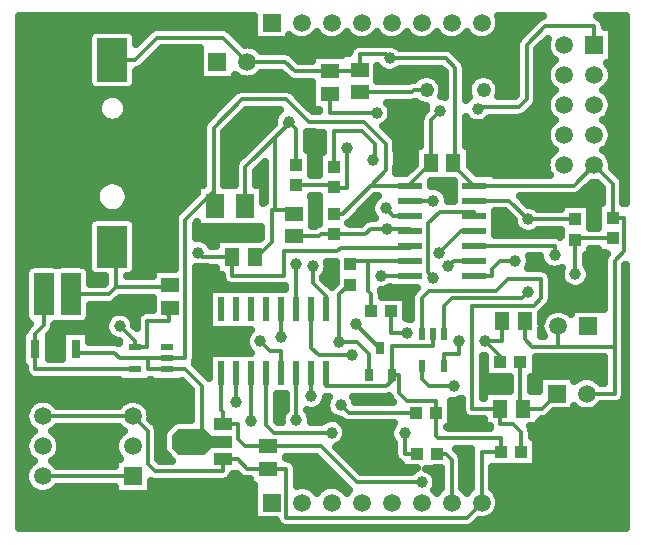
<source format=gbr>
G04 DipTrace 3.2.0.1*
G04 Top.gbr*
%MOIN*%
G04 #@! TF.FileFunction,Copper,L1,Top*
G04 #@! TF.Part,Single*
%AMOUTLINE0*
4,1,4,
0.051181,0.072047,
0.051181,-0.072047,
-0.051181,-0.072047,
-0.051181,0.072047,
0.051181,0.072047,
0*%
%AMOUTLINE3*
4,1,4,
0.051181,0.069685,
0.051181,-0.069685,
-0.051181,-0.069685,
-0.051181,0.069685,
0.051181,0.069685,
0*%
%AMOUTLINE6*
4,1,4,
0.033465,-0.070866,
-0.033465,-0.070866,
-0.033465,0.070866,
0.033465,0.070866,
0.033465,-0.070866,
0*%
%AMOUTLINE9*
4,1,4,
-0.033465,-0.070866,
0.033465,-0.070866,
0.033465,0.070866,
-0.033465,0.070866,
-0.033465,-0.070866,
0*%
%AMOUTLINE12*
4,1,10,
0.100394,0.019685,
0.033465,0.019685,
0.009843,0.043307,
-0.076772,0.043307,
-0.100394,0.019685,
-0.100394,-0.019685,
-0.076772,-0.043307,
0.009843,-0.043307,
0.033465,-0.019685,
0.100394,-0.019685,
0.100394,0.019685,
0*%
G04 #@! TA.AperFunction,Conductor*
%ADD14C,0.011811*%
G04 #@! TA.AperFunction,CopperBalancing*
%ADD15C,0.025*%
%ADD17R,0.059055X0.051181*%
%ADD18R,0.051181X0.059055*%
%ADD20R,0.061995X0.081995*%
%ADD22R,0.031496X0.062992*%
G04 #@! TA.AperFunction,ComponentPad*
%ADD23R,0.059055X0.059055*%
%ADD24C,0.059055*%
%ADD25R,0.043307X0.03937*%
%ADD26R,0.03937X0.043307*%
%ADD27R,0.07874X0.023622*%
%ADD29R,0.059055X0.03937*%
%ADD31R,0.025591X0.041339*%
%ADD33R,0.043307X0.023622*%
%ADD35R,0.023622X0.043307*%
%ADD36R,0.023622X0.07874*%
G04 #@! TA.AperFunction,ComponentPad*
%ADD37C,0.048*%
G04 #@! TA.AperFunction,ViaPad*
%ADD38C,0.03937*%
%ADD80OUTLINE0*%
%ADD83OUTLINE3*%
%ADD86OUTLINE6*%
%ADD89OUTLINE9*%
%ADD92OUTLINE12*%
%FSLAX26Y26*%
G04*
G70*
G90*
G75*
G01*
G04 Top*
%LPD*%
X1749951Y1286073D2*
D14*
X1650661D1*
Y1286075D1*
X1424843Y1317228D2*
Y1260984D1*
X1468701Y1217126D1*
Y1173672D1*
X1362349Y1417407D2*
X1446035D1*
X1452096Y1423467D1*
X1493585D1*
X1673177Y1441980D2*
X1749951D1*
Y1436073D1*
X1493585Y1423467D2*
X1599832D1*
X1618345Y1441980D1*
X1673177D1*
X1250197Y1067374D2*
X1282248Y1035323D1*
X1318701D1*
Y961073D1*
X1874795Y1317228D2*
X1893640Y1336073D1*
X1962550D1*
X2099335Y1335213D2*
X2047197D1*
X2021606Y1309622D1*
Y1286073D1*
X1962550D1*
X1418701Y884299D2*
Y961073D1*
X949892Y1254735D2*
Y1248486D1*
X768661D1*
X743664Y1223488D1*
X618677D1*
X768661Y1248486D2*
Y1382609D1*
X756163D1*
X824906Y817302D2*
X874122Y768085D1*
Y659764D1*
X899713Y634173D1*
X1124874D1*
Y673546D1*
X1206126Y1998407D2*
X1333299D1*
X1364735Y1966971D1*
X1481087D1*
X1962550Y1586073D2*
X2293667D1*
X2362244Y1654651D1*
X1687126Y954766D2*
Y1051366D1*
X1824895D1*
Y1092252D1*
X2424738Y1477898D2*
X2462234D1*
Y1367223D1*
X2430987Y1335976D1*
Y1048681D1*
X2243496D1*
X2156421D1*
X2130829Y1074273D1*
Y1135997D1*
X1343601Y1798428D2*
X1368598Y1773430D1*
Y1654693D1*
X1687126Y954766D2*
Y935829D1*
X1668567Y917270D1*
X1468701D1*
Y961073D1*
X1835486Y829780D2*
Y869154D1*
X1738949D1*
X1713358Y894744D1*
Y954766D1*
X1687126D1*
X2051591Y698543D2*
Y744165D1*
X1842328D1*
X1835486Y751008D1*
Y829780D1*
X1987357Y529811D2*
Y698543D1*
X2051591D1*
X1274858Y642488D2*
X1336571D1*
Y479816D1*
X1937362D1*
X1987357Y529811D1*
X1124874Y673546D2*
X1174087D1*
X1205144Y642488D1*
X1274858D1*
X1681066Y2010906D2*
X1866972D1*
X1899793Y1978085D1*
Y1660942D1*
X1893354D1*
X1581076Y1973220D2*
Y2023404D1*
X1668567D1*
X1681066Y2010906D1*
X1481087Y1966971D2*
X1581076D1*
Y1973220D1*
X2337257Y892273D2*
X2430987D1*
Y1048681D1*
X2362244Y1654651D2*
X2424738Y1592157D1*
Y1477898D1*
X1343601Y1798428D2*
Y1792178D1*
X1199866Y1648444D1*
Y1517207D1*
X1230924Y1348475D2*
X1237362D1*
X1287357Y1398470D1*
Y1504709D1*
X1299856D1*
Y1748433D1*
X1343601Y1792178D1*
X1331102D1*
Y1798428D1*
X1343601D1*
X831094Y1048318D2*
X872433D1*
Y1135997D1*
X943643D1*
Y1151873D1*
X931144Y1164371D1*
Y1179932D1*
X949892D1*
X781160Y1117249D2*
X831094Y1067315D1*
Y1048318D1*
X1206126Y1998407D2*
X1125072Y2079461D1*
X906147D1*
X831343Y2004656D1*
X756153D1*
X2243496Y1048681D2*
Y1117249D1*
X1299856Y1504709D2*
X1362349D1*
Y1492210D1*
X524906Y817302D2*
X824906D1*
X1893354Y1660942D2*
Y1655269D1*
X1962550Y1586073D1*
X831094Y973514D2*
X499940D1*
Y1042257D1*
X528126Y1223488D2*
Y1120438D1*
X499940Y1092252D1*
Y1042257D1*
X1054008Y732601D2*
Y919394D1*
X999887Y973514D1*
X937394D1*
X1493585Y1490396D2*
Y1492210D1*
X1524832D1*
X1618572Y1585950D1*
X1617072D1*
X1668378Y1637256D1*
Y1726689D1*
X1596639Y1798428D1*
X1411001D1*
X1336009Y1873420D1*
X1187367D1*
X1093627Y1779680D1*
Y1567202D1*
X999106Y1472681D1*
Y1010916D1*
X937394D1*
Y973514D2*
X874122D1*
Y1011010D1*
X781160D1*
X762412Y1029759D1*
X646297D1*
X633798D1*
Y1042257D1*
X937394Y1010916D2*
X874122Y1011010D1*
X1099866Y1517207D2*
X1093627D1*
Y1567202D1*
X1749951Y1586073D2*
X1616136D1*
X1520459Y1490396D1*
X1493585D1*
X646297Y1029759D2*
X633798Y1042257D1*
X1749951Y1586073D2*
Y1592343D1*
X1818551Y1660942D1*
Y1804677D1*
X1849798Y1835924D1*
X1911512Y1067929D2*
Y1023509D1*
X1862297D1*
Y985953D1*
X2056026Y1135997D2*
Y1067255D1*
X1999782D1*
X2049682Y1017354D1*
Y998417D1*
X1974785Y1842173D2*
Y1848423D1*
X2112270D1*
X2137268Y1873420D1*
Y2054651D1*
X2199761Y2117144D1*
X2362244D1*
Y2054651D1*
X1637744Y1828110D2*
X1481087D1*
Y1892168D1*
X1668378Y1510492D2*
X1692797Y1486073D1*
X1749951D1*
X1803533Y1904667D2*
X1762307D1*
X1756058Y1898417D1*
X1581076D1*
X1749951Y1536073D2*
X1826724D1*
Y1536083D1*
X1787358Y596740D2*
X1571252D1*
X1450701Y717291D1*
X1274858D1*
X1124874Y791656D2*
Y831028D1*
X1118701Y837201D1*
Y961073D1*
X1274858Y717291D2*
X1199677D1*
X1174087Y742882D1*
Y791656D1*
X1124874D1*
X1042413Y1361953D2*
X1055891Y1348475D1*
X1156121D1*
Y1285982D1*
X1329403D1*
Y1367223D1*
X1506084D1*
X1518583Y1379722D1*
X1749951D1*
Y1386073D1*
X524906Y617302D2*
X824906D1*
X2116612Y998417D2*
Y842278D1*
X2124769D1*
X2187262D1*
X2237257Y892273D1*
X2118520Y698543D2*
Y764819D1*
X2092925Y790413D1*
X2049966D1*
Y842278D1*
X1956037D1*
Y1185213D1*
X2160358D1*
X2185949Y1210803D1*
Y1275370D1*
X2075520D1*
X2036543Y1236394D1*
X1813087D1*
X1787493Y1210801D1*
Y1092252D1*
X2299751Y1473462D2*
X2142642Y1473465D1*
Y1232063D2*
X2121382Y1210803D1*
X1887888D1*
X1862297Y1185211D1*
Y1092252D1*
X2142642Y1473465D2*
X2080033Y1536073D1*
X1962550D1*
X2299751Y1406533D2*
Y1410969D1*
X2424738D1*
X2299748Y1290417D2*
X2299751Y1406533D1*
X1893543Y917270D2*
X1812302D1*
X1787493Y942079D1*
Y985953D1*
X1731060Y761037D2*
Y692294D1*
X1770370D1*
X1568577Y1123499D2*
X1646759Y1045318D1*
X1649724D1*
X1738280Y1094673D2*
X1685501D1*
Y1167244D1*
X1625071Y1670161D2*
X1631071D1*
Y1723436D1*
X1587325Y1767181D1*
X1493585D1*
Y1648444D1*
X1843549Y1360974D2*
X1918648Y1436073D1*
X1962550D1*
X1368598Y1587764D2*
X1493585D1*
Y1581514D1*
Y1579701D1*
X1537331D1*
Y1710937D1*
X1549829Y1323478D2*
Y1336073D1*
X1607354D1*
X1749951D1*
X1607354D2*
Y1236579D1*
X1618572Y1225361D1*
Y1167244D1*
X1612323Y954766D2*
Y1023509D1*
X1572395Y1063437D1*
X1512567D1*
X1518583Y854777D2*
X1543580Y829780D1*
X1768556D1*
X1512567Y1063437D2*
Y1224707D1*
X1544408Y1256549D1*
X1549829D1*
X1887357Y529811D2*
Y672951D1*
X1868014Y692294D1*
X1837299D1*
X1368598Y1323478D2*
Y1173672D1*
X1368701D1*
X1826724Y1279701D2*
X1809008Y1297417D1*
Y1460480D1*
X1846987Y1498459D1*
X1962550D1*
Y1486073D1*
X1318701Y1080169D2*
Y1173672D1*
X1218701Y801827D2*
Y961073D1*
X1962550Y1386073D2*
X2231008D1*
Y1354724D1*
X1168701Y866524D2*
Y961073D1*
X1487358Y762567D2*
X1294291D1*
X1268701Y788157D1*
Y961073D1*
X1368701Y805874D2*
Y961073D1*
X1555874Y1020130D2*
X1444291D1*
X1418701Y1045720D1*
Y1173672D1*
D38*
X1650661Y1286075D3*
X1424843Y1317228D3*
X1673177Y1441980D3*
X1250197Y1067374D3*
X1874795Y1317228D3*
X1418701Y884299D3*
X2099335Y1335213D3*
X1681066Y2010906D3*
X781160Y1117249D3*
X1343601Y1798428D3*
X1911512Y1067929D3*
X1999782Y1067255D3*
X1637744Y1828110D3*
X1668378Y1510492D3*
X1826724Y1536083D3*
X1787358Y596740D3*
X1042413Y1361953D3*
X2142642Y1232063D3*
Y1473465D3*
X2299748Y1290417D3*
X1893543Y917270D3*
X1625071Y1670161D3*
X1843549Y1360974D3*
X1537331Y1710937D3*
X1518583Y854777D3*
X1512567Y1063437D3*
X1368598Y1323478D3*
X1826724Y1279701D3*
X1218701Y801827D3*
X2231008Y1354724D3*
X1168701Y866524D3*
X1487358Y762567D3*
X1368701Y805874D3*
X1555874Y1020130D3*
X1318701Y1080169D3*
X1568577Y1123499D3*
X1731060Y761037D3*
X1738280Y1094673D3*
X1849798Y1835924D3*
X1974785Y1842173D3*
X448089Y2126608D2*
D15*
X1226082D1*
X2048559D2*
X2157025D1*
X2398610D2*
X2465306D1*
X448089Y2101739D2*
X687352D1*
X824945D2*
X876211D1*
X1155007D2*
X1226082D1*
X2041598D2*
X2132157D1*
X2423513D2*
X2465306D1*
X448089Y2076870D2*
X673214D1*
X839083D2*
X851343D1*
X1179875D2*
X1226082D1*
X1348638D2*
X1358989D1*
X1415742D2*
X1458970D1*
X1515751D2*
X1558979D1*
X1615724D2*
X1658989D1*
X1715734D2*
X1758998D1*
X1815743D2*
X1858971D1*
X1915716D2*
X1958980D1*
X2015725D2*
X2107541D1*
X2423513D2*
X2465306D1*
X448089Y2052001D2*
X673214D1*
X1232768D2*
X1558118D1*
X1710136D2*
X2099611D1*
X2186821D2*
X2201019D1*
X2423513D2*
X2465306D1*
X448089Y2027133D2*
X673214D1*
X906043D2*
X1044867D1*
X1356066D2*
X1519794D1*
X1902977D2*
X2099611D1*
X2174908D2*
X2207801D1*
X2423513D2*
X2465306D1*
X448089Y2002264D2*
X673214D1*
X881175D2*
X1044867D1*
X1381652D2*
X1419820D1*
X1927809D2*
X2099611D1*
X2174908D2*
X2225277D1*
X2423513D2*
X2465306D1*
X448089Y1977395D2*
X673214D1*
X856020D2*
X1044867D1*
X1937462D2*
X2099611D1*
X2174908D2*
X2205541D1*
X2418956D2*
X2465306D1*
X448089Y1952526D2*
X673214D1*
X839083D2*
X1044867D1*
X1245364D2*
X1326952D1*
X1642350D2*
X1777693D1*
X1829379D2*
X1862129D1*
X1937462D2*
X1967700D1*
X2019386D2*
X2099611D1*
X2174908D2*
X2201019D1*
X2423477D2*
X2465306D1*
X448089Y1927657D2*
X673645D1*
X838652D2*
X1419820D1*
X1854067D2*
X1862169D1*
X2044074D2*
X2099611D1*
X2174908D2*
X2207550D1*
X2416946D2*
X2465306D1*
X448089Y1902789D2*
X1165545D1*
X1357825D2*
X1419820D1*
X2049241D2*
X2099611D1*
X2174908D2*
X2226030D1*
X2398466D2*
X2465306D1*
X448089Y1877920D2*
X717998D1*
X794335D2*
X1139637D1*
X1383733D2*
X1419820D1*
X2174908D2*
X2205756D1*
X2418705D2*
X2465306D1*
X448089Y1853051D2*
X705474D1*
X806823D2*
X1114769D1*
X1408601D2*
X1419820D1*
X1682361D2*
X1787956D1*
X2168413D2*
X2200983D1*
X2423513D2*
X2465306D1*
X448089Y1828182D2*
X707483D1*
X804814D2*
X1089901D1*
X1194336D2*
X1302264D1*
X1689179D2*
X1789894D1*
X2144263D2*
X2207263D1*
X2417234D2*
X2465306D1*
X448089Y1803314D2*
X727112D1*
X785185D2*
X1065105D1*
X1169469D2*
X1292396D1*
X1682433D2*
X1780887D1*
X2007006D2*
X2226784D1*
X2397713D2*
X2465306D1*
X448089Y1778445D2*
X1055991D1*
X1144601D2*
X1277647D1*
X1668833D2*
X1780887D1*
X1937462D2*
X2206007D1*
X2418489D2*
X2465306D1*
X448089Y1753576D2*
X1055991D1*
X1131288D2*
X1252780D1*
X1406268D2*
X1455920D1*
X1693701D2*
X1780887D1*
X1937462D2*
X2200983D1*
X2423513D2*
X2465306D1*
X448089Y1728707D2*
X1055991D1*
X1131288D2*
X1227912D1*
X1406268D2*
X1455920D1*
X1705973D2*
X1780887D1*
X1937462D2*
X2207012D1*
X2417485D2*
X2465306D1*
X448089Y1703839D2*
X1055991D1*
X1131288D2*
X1203044D1*
X1420048D2*
X1455920D1*
X1706045D2*
X1761223D1*
X1950703D2*
X2227574D1*
X2396923D2*
X2465306D1*
X448089Y1678970D2*
X1055991D1*
X1131288D2*
X1178176D1*
X1420048D2*
X1442140D1*
X1706045D2*
X1761223D1*
X1950703D2*
X2206222D1*
X2418238D2*
X2465306D1*
X448089Y1654101D2*
X1055991D1*
X1131288D2*
X1162674D1*
X1420048D2*
X1442140D1*
X1706045D2*
X1759500D1*
X1950703D2*
X2200983D1*
X2423513D2*
X2465306D1*
X448089Y1629232D2*
X1055991D1*
X1131288D2*
X1162208D1*
X1237505D2*
X1262217D1*
X1420048D2*
X1442140D1*
X1705112D2*
X1734632D1*
X1971624D2*
X2206761D1*
X2439876D2*
X2465306D1*
X448089Y1604364D2*
X1055991D1*
X1131288D2*
X1162208D1*
X1237505D2*
X1262217D1*
X448089Y1579495D2*
X707986D1*
X804311D2*
X1037116D1*
X1851806D2*
X1891446D1*
X2339293D2*
X2385177D1*
X448089Y1554626D2*
X699087D1*
X813210D2*
X1028826D1*
X1874521D2*
X1891446D1*
X2311878D2*
X2387079D1*
X448089Y1529757D2*
X702352D1*
X809945D2*
X1003959D1*
X1423636D2*
X1442140D1*
X2138557D2*
X2387079D1*
X448089Y1504888D2*
X721263D1*
X791034D2*
X979091D1*
X1423636D2*
X1442140D1*
X1589708D2*
X1617255D1*
X2351171D2*
X2373299D1*
X448089Y1480020D2*
X693166D1*
X819131D2*
X962225D1*
X1423636D2*
X1442140D1*
X1564841D2*
X1627590D1*
X2033667D2*
X2083857D1*
X2351171D2*
X2373299D1*
X448089Y1455151D2*
X673358D1*
X838939D2*
X961436D1*
X1423636D2*
X1434388D1*
X2033667D2*
X2094766D1*
X2351171D2*
X2373299D1*
X448089Y1430282D2*
X673214D1*
X839083D2*
X961436D1*
X1036769D2*
X1249694D1*
X2033667D2*
X2117122D1*
X2168161D2*
X2248315D1*
X448089Y1405413D2*
X673214D1*
X839083D2*
X961436D1*
X1067414D2*
X1098765D1*
X448089Y1380545D2*
X673214D1*
X839083D2*
X961436D1*
X448089Y1355676D2*
X673214D1*
X839083D2*
X961436D1*
X2351171D2*
X2399387D1*
X448089Y1330807D2*
X673214D1*
X839083D2*
X961436D1*
X1474341D2*
X1498407D1*
X2150578D2*
X2185804D1*
X2337391D2*
X2393323D1*
X448089Y1305938D2*
X465301D1*
X838222D2*
X888627D1*
X1036769D2*
X1098765D1*
X1474951D2*
X1498407D1*
X2205804D2*
X2224703D1*
X2237305D2*
X2250826D1*
X2348659D2*
X2393323D1*
X448089Y1281070D2*
X462897D1*
X683884D2*
X731024D1*
X1036769D2*
X1118824D1*
X1462499D2*
X1498407D1*
X2223136D2*
X2249212D1*
X2350274D2*
X2393323D1*
X448089Y1256201D2*
X462897D1*
X1036769D2*
X1134936D1*
X1481840D2*
X1491840D1*
X2223602D2*
X2262274D1*
X2337212D2*
X2393323D1*
X448089Y1231332D2*
X462897D1*
X1036769D2*
X1075153D1*
X1655699D2*
X1756450D1*
X2223602D2*
X2393323D1*
X448089Y1206463D2*
X462897D1*
X778869D2*
X888627D1*
X1036769D2*
X1075153D1*
X1738915D2*
X1749847D1*
X2223351D2*
X2393323D1*
X448089Y1181594D2*
X462897D1*
X683884D2*
X888627D1*
X1036769D2*
X1075153D1*
X1738915D2*
X1749847D1*
X2208962D2*
X2393323D1*
X448089Y1156726D2*
X462897D1*
X683884D2*
X749755D1*
X812564D2*
X841547D1*
X1036769D2*
X1075153D1*
X1738915D2*
X1749847D1*
X2188185D2*
X2197466D1*
X448089Y1131857D2*
X471581D1*
X675236D2*
X731957D1*
X1036769D2*
X1075153D1*
X448089Y1106988D2*
X465516D1*
X563098D2*
X730808D1*
X1036769D2*
X1075153D1*
X547452Y1082119D2*
X586303D1*
X681300D2*
X744588D1*
X1036769D2*
X1201035D1*
X547452Y1057251D2*
X586303D1*
X1036769D2*
X1199815D1*
X547452Y1032382D2*
X586303D1*
X1036769D2*
X1213486D1*
X1036589Y1007513D2*
X1075153D1*
X2170027D2*
X2393323D1*
X1042977Y982644D2*
X1075153D1*
X2170027D2*
X2393323D1*
X448089Y957776D2*
X466019D1*
X2170027D2*
X2393323D1*
X448089Y932907D2*
X777709D1*
X1993692D2*
X2078941D1*
X2154274D2*
X2175972D1*
X2382211D2*
X2393323D1*
X448089Y908038D2*
X1013145D1*
X1993692D2*
X2078941D1*
X2154274D2*
X2175972D1*
X448089Y883169D2*
X1016339D1*
X1306367D2*
X1331043D1*
X448089Y858301D2*
X480301D1*
X569521D2*
X780293D1*
X869513D2*
X1016339D1*
X1306367D2*
X1331043D1*
X1888875D2*
X1918395D1*
X2442532D2*
X2465306D1*
X448089Y833432D2*
X465875D1*
X883938D2*
X1016339D1*
X1306367D2*
X1325768D1*
X1411651D2*
X1472068D1*
X1888875D2*
X1919508D1*
X2230636D2*
X2465306D1*
X448089Y808563D2*
X464296D1*
X885876D2*
X1016339D1*
X1306367D2*
X1317335D1*
X1420048D2*
X1468156D1*
X1888875D2*
X1943586D1*
X2199704D2*
X2465306D1*
X448089Y783694D2*
X474200D1*
X908124D2*
X941161D1*
X1533980D2*
X1685184D1*
X1888875D2*
X1992640D1*
X2182120D2*
X2465306D1*
X448089Y758825D2*
X480803D1*
X569019D2*
X780795D1*
X911784D2*
X922609D1*
X1538645D2*
X1679694D1*
X2156176D2*
X2465306D1*
X448089Y733957D2*
X466055D1*
X583767D2*
X766046D1*
X911784D2*
X921856D1*
X1529566D2*
X1687804D1*
X2171929D2*
X2465306D1*
X448089Y709088D2*
X464225D1*
X585597D2*
X764216D1*
X911784D2*
X922107D1*
X1511122D2*
X1693402D1*
X2171929D2*
X2465306D1*
X448089Y684219D2*
X473842D1*
X575980D2*
X773833D1*
X911784D2*
X938434D1*
X1535990D2*
X1694335D1*
X1923144D2*
X1949686D1*
X2171929D2*
X2465306D1*
X448089Y659350D2*
X481341D1*
X568480D2*
X763642D1*
X1369918D2*
X1456422D1*
X1560857D2*
X1716296D1*
X1925010D2*
X1949686D1*
X2171929D2*
X2465306D1*
X448089Y634482D2*
X466198D1*
X1374224D2*
X1481290D1*
X1585725D2*
X1753723D1*
X1821018D2*
X1849713D1*
X1925010D2*
X1949686D1*
X2025019D2*
X2465306D1*
X448089Y609613D2*
X464153D1*
X1152531D2*
X1190198D1*
X1374224D2*
X1506158D1*
X1837058D2*
X1849713D1*
X1925010D2*
X1949686D1*
X2025019D2*
X2465306D1*
X448089Y584744D2*
X473483D1*
X886199D2*
X1226082D1*
X1410754D2*
X1463958D1*
X1510763D2*
X1531026D1*
X1837309D2*
X1849713D1*
X1925010D2*
X1949686D1*
X2025019D2*
X2465306D1*
X448089Y559875D2*
X509869D1*
X539916D2*
X763642D1*
X886199D2*
X1226082D1*
X2040378D2*
X2465306D1*
X448089Y535007D2*
X1226082D1*
X2048416D2*
X2465306D1*
X448089Y510138D2*
X1226082D1*
X2045258D2*
X2465306D1*
X448089Y485269D2*
X1226082D1*
X2028213D2*
X2465306D1*
X448089Y460400D2*
X1304776D1*
X1970152D2*
X2465306D1*
X900303Y1309573D2*
X963926D1*
X964061Y1475439D1*
X964924Y1480888D1*
X966629Y1486134D1*
X969133Y1491049D1*
X972375Y1495512D1*
X1013223Y1536513D1*
X1039638Y1562927D1*
X1039621Y1587453D1*
X1058460D1*
X1058582Y1782438D1*
X1059445Y1787886D1*
X1061150Y1793132D1*
X1063654Y1798048D1*
X1066896Y1802510D1*
X1107744Y1843512D1*
X1164537Y1900151D1*
X1169000Y1903393D1*
X1173915Y1905898D1*
X1179161Y1907602D1*
X1184609Y1908465D1*
X1242486Y1908574D1*
X1338767Y1908465D1*
X1344216Y1907602D1*
X1349462Y1905898D1*
X1354377Y1903393D1*
X1358840Y1900151D1*
X1399841Y1859303D1*
X1425545Y1833599D1*
X1445917Y1833581D1*
X1445933Y1837332D1*
X1422311Y1837329D1*
Y1931812D1*
X1361977Y1931926D1*
X1356528Y1932789D1*
X1351282Y1934493D1*
X1346367Y1936998D1*
X1341904Y1940240D1*
X1318741Y1963250D1*
X1253242Y1963253D1*
X1247687Y1956846D1*
X1240673Y1950856D1*
X1232810Y1946037D1*
X1224289Y1942508D1*
X1215321Y1940355D1*
X1206126Y1939631D1*
X1196931Y1940355D1*
X1187963Y1942508D1*
X1179442Y1946037D1*
X1171579Y1950856D1*
X1164896Y1956540D1*
X1164902Y1939631D1*
X1047350D1*
Y2044305D1*
X920712Y2044307D1*
X854173Y1977925D1*
X849710Y1974683D1*
X844795Y1972178D1*
X839549Y1970474D1*
X836831Y1969934D1*
X836582Y1957281D1*
X836492Y1930314D1*
X835774Y1925781D1*
X834356Y1921416D1*
X832272Y1917327D1*
X829574Y1913614D1*
X826329Y1910368D1*
X822616Y1907671D1*
X818527Y1905587D1*
X814162Y1904169D1*
X809629Y1903451D1*
X724657Y1903361D1*
X702677Y1903451D1*
X698144Y1904169D1*
X693779Y1905587D1*
X689690Y1907671D1*
X685977Y1910368D1*
X682731Y1913614D1*
X680034Y1917327D1*
X677950Y1921416D1*
X676532Y1925781D1*
X675814Y1930314D1*
X675724Y1987727D1*
X675814Y2078998D1*
X676532Y2083531D1*
X677950Y2087896D1*
X680034Y2091985D1*
X682731Y2095698D1*
X685977Y2098944D1*
X689690Y2101641D1*
X693779Y2103725D1*
X698144Y2105143D1*
X702677Y2105861D1*
X787649Y2105951D1*
X809629Y2105861D1*
X814162Y2105143D1*
X818527Y2103725D1*
X822616Y2101642D1*
X826329Y2098944D1*
X829574Y2095699D1*
X832272Y2091986D1*
X834356Y2087896D1*
X835774Y2083531D1*
X836492Y2078998D1*
X836582Y2059587D1*
X883317Y2106192D1*
X887779Y2109434D1*
X892694Y2111938D1*
X897941Y2113643D1*
X903389Y2114506D1*
X961265Y2114614D1*
X1127830Y2114506D1*
X1133279Y2113643D1*
X1138525Y2111938D1*
X1143440Y2109434D1*
X1147903Y2106192D1*
X1188904Y2065344D1*
X1197658Y2056590D1*
X1206126Y2057182D1*
X1215321Y2056459D1*
X1224289Y2054306D1*
X1232810Y2050776D1*
X1240673Y2045957D1*
X1247687Y2039967D1*
X1253197Y2033563D1*
X1336057Y2033452D1*
X1341506Y2032589D1*
X1346752Y2030885D1*
X1351667Y2028380D1*
X1356130Y2025138D1*
X1379293Y2002128D1*
X1422329Y2002125D1*
X1422311Y2021810D1*
X1522320D1*
X1522301Y2028059D1*
X1546235D1*
X1547643Y2034267D1*
X1549754Y2039364D1*
X1552636Y2044067D1*
X1556219Y2048262D1*
X1560413Y2051844D1*
X1565117Y2054726D1*
X1570213Y2056837D1*
X1575577Y2058125D1*
X1581076Y2058558D1*
X1668578Y2058557D1*
X1677226Y2059688D1*
X1684905D1*
X1692489Y2058487D1*
X1699791Y2056114D1*
X1706633Y2052628D1*
X1712845Y2048115D1*
X1715060Y2046067D1*
X1869731Y2045951D1*
X1875179Y2045088D1*
X1880425Y2043383D1*
X1885340Y2040879D1*
X1889803Y2037637D1*
X1924650Y2002943D1*
X1928233Y1998748D1*
X1931115Y1994045D1*
X1933226Y1988948D1*
X1934513Y1983585D1*
X1934946Y1978085D1*
Y1870612D1*
X1940184Y1876774D1*
X1945610Y1881436D1*
X1942891Y1888212D1*
X1940940Y1896337D1*
X1940285Y1904667D1*
X1940940Y1912996D1*
X1942891Y1921121D1*
X1946088Y1928841D1*
X1950454Y1935965D1*
X1955881Y1942319D1*
X1962234Y1947745D1*
X1969359Y1952111D1*
X1977078Y1955309D1*
X1985203Y1957259D1*
X1993533Y1957915D1*
X2001863Y1957259D1*
X2009987Y1955309D1*
X2017707Y1952111D1*
X2024831Y1947745D1*
X2031185Y1942319D1*
X2036611Y1935965D1*
X2040977Y1928841D1*
X2044175Y1921121D1*
X2046125Y1912996D1*
X2046781Y1904667D1*
X2046125Y1896337D1*
X2044175Y1888212D1*
X2042393Y1883563D1*
X2097688Y1883576D1*
X2102104Y1887972D1*
X2102223Y2057409D1*
X2103085Y2062857D1*
X2104790Y2068104D1*
X2107294Y2073019D1*
X2110537Y2077481D1*
X2151385Y2118483D1*
X2176931Y2143875D1*
X2181393Y2147118D1*
X2186308Y2149622D1*
X2191565Y2151329D1*
X2149606Y2151476D1*
X2041918D1*
X2044509Y2143364D1*
X2045951Y2134255D1*
Y2125032D1*
X2044509Y2115922D1*
X2041659Y2107151D1*
X2037471Y2098933D1*
X2032050Y2091471D1*
X2025529Y2084950D1*
X2018067Y2079529D1*
X2009849Y2075341D1*
X2001078Y2072491D1*
X1991968Y2071049D1*
X1982745D1*
X1973636Y2072491D1*
X1964865Y2075341D1*
X1956647Y2079529D1*
X1949185Y2084950D1*
X1942664Y2091471D1*
X1937353Y2098768D1*
X1932050Y2091471D1*
X1925529Y2084950D1*
X1918067Y2079529D1*
X1909849Y2075341D1*
X1901078Y2072491D1*
X1891968Y2071049D1*
X1882745D1*
X1873636Y2072491D1*
X1864865Y2075341D1*
X1856647Y2079529D1*
X1849185Y2084950D1*
X1842664Y2091471D1*
X1837353Y2098768D1*
X1832050Y2091471D1*
X1825529Y2084950D1*
X1818067Y2079529D1*
X1809849Y2075341D1*
X1801078Y2072491D1*
X1791968Y2071049D1*
X1782745D1*
X1773636Y2072491D1*
X1764865Y2075341D1*
X1756647Y2079529D1*
X1749185Y2084950D1*
X1742664Y2091471D1*
X1737353Y2098768D1*
X1732050Y2091471D1*
X1725529Y2084950D1*
X1718067Y2079529D1*
X1709849Y2075341D1*
X1701078Y2072491D1*
X1691968Y2071049D1*
X1682745D1*
X1673636Y2072491D1*
X1664865Y2075341D1*
X1656647Y2079529D1*
X1649185Y2084950D1*
X1642664Y2091471D1*
X1637353Y2098768D1*
X1632050Y2091471D1*
X1625529Y2084950D1*
X1618067Y2079529D1*
X1609849Y2075341D1*
X1601078Y2072491D1*
X1591968Y2071049D1*
X1582745D1*
X1573636Y2072491D1*
X1564865Y2075341D1*
X1556647Y2079529D1*
X1549185Y2084950D1*
X1542664Y2091471D1*
X1537353Y2098768D1*
X1532050Y2091471D1*
X1525529Y2084950D1*
X1518067Y2079529D1*
X1509849Y2075341D1*
X1501078Y2072491D1*
X1491968Y2071049D1*
X1482745D1*
X1473636Y2072491D1*
X1464865Y2075341D1*
X1456647Y2079529D1*
X1449185Y2084950D1*
X1442664Y2091471D1*
X1437353Y2098768D1*
X1432050Y2091471D1*
X1425529Y2084950D1*
X1418067Y2079529D1*
X1409849Y2075341D1*
X1401078Y2072491D1*
X1391968Y2071049D1*
X1382745D1*
X1373636Y2072491D1*
X1364865Y2075341D1*
X1356647Y2079529D1*
X1349185Y2084950D1*
X1346127Y2087776D1*
X1346133Y2070867D1*
X1228582D1*
Y2151499D1*
X445574Y2151476D1*
X445571Y444227D1*
X2467812Y444193D1*
X2467604Y1322879D1*
X2466157Y1321432D1*
X2466032Y889515D1*
X2465169Y884066D1*
X2463465Y878820D1*
X2460960Y873905D1*
X2457718Y869442D1*
X2453817Y865542D1*
X2449355Y862300D1*
X2444440Y859795D1*
X2439193Y858091D1*
X2433745Y857228D1*
X2384373Y857119D1*
X2378818Y850712D1*
X2371805Y844723D1*
X2363941Y839904D1*
X2355420Y836374D1*
X2346452Y834221D1*
X2337257Y833497D1*
X2328063Y834221D1*
X2319095Y836374D1*
X2310574Y839904D1*
X2302710Y844723D1*
X2296028Y850406D1*
X2296033Y833497D1*
X2228176D1*
X2210093Y815547D1*
X2205630Y812305D1*
X2200715Y809800D1*
X2195469Y808096D1*
X2190021Y807233D1*
X2187252Y807125D1*
X2179608Y800004D1*
Y783502D1*
X2148281D1*
X2150997Y778272D1*
X2152702Y773025D1*
X2153565Y767577D1*
X2153673Y747487D1*
X2169422Y747476D1*
Y649610D1*
X2022506D1*
X2022511Y576932D1*
X2028918Y571372D1*
X2034907Y564358D1*
X2039726Y556495D1*
X2043256Y547974D1*
X2045409Y539006D1*
X2046133Y529811D1*
X2045409Y520616D1*
X2043256Y511648D1*
X2039726Y503127D1*
X2034907Y495264D1*
X2028918Y488250D1*
X2021904Y482261D1*
X2014041Y477442D1*
X2005520Y473912D1*
X1996551Y471759D1*
X1987357Y471035D1*
X1978932Y471668D1*
X1960193Y453085D1*
X1955730Y449843D1*
X1950815Y447339D1*
X1945569Y445634D1*
X1940120Y444771D1*
X1882244Y444663D1*
X1333813Y444771D1*
X1328364Y445634D1*
X1323118Y447339D1*
X1318203Y449843D1*
X1313740Y453085D1*
X1309840Y456986D1*
X1306598Y461449D1*
X1304093Y466364D1*
X1303135Y468964D1*
X1300201Y471035D1*
X1228582D1*
Y587643D1*
X1216083Y587649D1*
Y607350D1*
X1202386Y607443D1*
X1196938Y608306D1*
X1191692Y610010D1*
X1186777Y612515D1*
X1182314Y615757D1*
X1173309Y624609D1*
X1158710Y624613D1*
X1156196Y618214D1*
X1153314Y613510D1*
X1149731Y609316D1*
X1145537Y605733D1*
X1140833Y602851D1*
X1135737Y600740D1*
X1130373Y599452D1*
X1124863Y599020D1*
X896954Y599128D1*
X891506Y599991D1*
X886260Y601696D1*
X883744Y602856D1*
X883681Y558526D1*
X766130D1*
Y582174D1*
X572030Y582148D1*
X566466Y575741D1*
X559453Y569751D1*
X551589Y564932D1*
X543068Y561403D1*
X534100Y559250D1*
X524906Y558526D1*
X515711Y559250D1*
X506743Y561403D1*
X498222Y564932D1*
X490358Y569751D1*
X483345Y575741D1*
X477355Y582754D1*
X472536Y590618D1*
X469007Y599139D1*
X466854Y608107D1*
X466130Y617302D1*
X466854Y626496D1*
X469007Y635464D1*
X472536Y643985D1*
X477355Y651849D1*
X483345Y658862D1*
X490358Y664852D1*
X494030Y667306D1*
X486734Y672609D1*
X480212Y679130D1*
X474791Y686592D1*
X470604Y694809D1*
X467754Y703581D1*
X466311Y712690D1*
Y721913D1*
X467754Y731023D1*
X470604Y739794D1*
X474791Y748012D1*
X480212Y755474D1*
X486734Y761995D1*
X494030Y767306D1*
X486734Y772609D1*
X480212Y779130D1*
X474791Y786592D1*
X470604Y794809D1*
X467754Y803581D1*
X466311Y812690D1*
Y821913D1*
X467754Y831023D1*
X470604Y839794D1*
X474791Y848012D1*
X480212Y855474D1*
X486734Y861995D1*
X494195Y867416D1*
X502413Y871603D1*
X511185Y874453D1*
X520294Y875896D1*
X529517D1*
X538626Y874453D1*
X547398Y871603D1*
X555616Y867416D1*
X563077Y861995D1*
X569599Y855474D1*
X571976Y852458D1*
X777781Y852455D1*
X783345Y858862D1*
X790358Y864852D1*
X798222Y869671D1*
X806743Y873201D1*
X815711Y875354D1*
X824906Y876077D1*
X834100Y875354D1*
X843068Y873201D1*
X851589Y869671D1*
X859453Y864852D1*
X866466Y858862D1*
X872456Y851849D1*
X877275Y843985D1*
X880804Y835464D1*
X882957Y826496D1*
X883681Y817302D1*
X883049Y808877D1*
X900853Y790916D1*
X904095Y786453D1*
X906600Y781538D1*
X908304Y776292D1*
X909167Y770843D1*
X909276Y712967D1*
Y674320D1*
X914280Y669321D1*
X955871Y669327D1*
X931374Y693921D1*
X928676Y697634D1*
X926592Y701723D1*
X925174Y706088D1*
X924456Y710621D1*
X924366Y752286D1*
X924726Y756862D1*
X925797Y761324D1*
X927554Y765564D1*
X929952Y769478D1*
X932939Y772974D1*
X958241Y798149D1*
X961954Y800846D1*
X966043Y802930D1*
X970408Y804348D1*
X974941Y805066D1*
X1018826Y805156D1*
X1018854Y904809D1*
X988273Y935414D1*
X988295Y932455D1*
X886492D1*
Y938376D1*
X881989Y938361D1*
X881996Y932455D1*
X780193D1*
Y938376D1*
X497182Y938469D1*
X491733Y939332D1*
X486487Y941037D1*
X481572Y943541D1*
X477109Y946783D1*
X473209Y950684D1*
X469966Y955147D1*
X467462Y960062D1*
X465757Y965308D1*
X464894Y970756D1*
X464786Y981517D1*
X454944Y981513D1*
Y1103001D1*
X466507Y1103115D1*
X468617Y1108211D1*
X471500Y1112915D1*
X475090Y1117117D1*
X483469Y1125600D1*
X479379Y1127684D1*
X475666Y1130382D1*
X472421Y1133627D1*
X469723Y1137340D1*
X467640Y1141429D1*
X466221Y1145794D1*
X465503Y1150327D1*
X465413Y1235299D1*
X465503Y1296649D1*
X466221Y1301182D1*
X467640Y1305547D1*
X469723Y1309636D1*
X472421Y1313349D1*
X475666Y1316595D1*
X479379Y1319292D1*
X483469Y1321376D1*
X487834Y1322794D1*
X492367Y1323512D1*
X561591Y1323602D1*
X566166Y1323242D1*
X570629Y1322171D1*
X572791Y1321372D1*
X574020Y1321376D1*
X578385Y1322794D1*
X582918Y1323512D1*
X652142Y1323602D1*
X656717Y1323242D1*
X661180Y1322171D1*
X665420Y1320415D1*
X669333Y1318017D1*
X672823Y1315036D1*
X674388Y1313342D1*
X675724Y1312924D1*
X675814Y1454589D1*
X676532Y1459122D1*
X677950Y1463487D1*
X680034Y1467576D1*
X682731Y1471289D1*
X685977Y1474534D1*
X689690Y1477232D1*
X693779Y1479316D1*
X698144Y1480734D1*
X702677Y1481452D1*
X787649Y1481542D1*
X809629Y1481452D1*
X814162Y1480734D1*
X818527Y1479316D1*
X822616Y1477232D1*
X826329Y1474534D1*
X829574Y1471289D1*
X832272Y1467576D1*
X834356Y1463487D1*
X835774Y1459122D1*
X836492Y1454589D1*
X836582Y1369617D1*
X836492Y1310629D1*
X835774Y1306096D1*
X834356Y1301731D1*
X832272Y1297642D1*
X829574Y1293929D1*
X826329Y1290683D1*
X822616Y1287986D1*
X818527Y1285902D1*
X814162Y1284484D1*
X809629Y1283766D1*
X805407Y1283639D1*
X891134D1*
X891117Y1309573D1*
X900303D1*
X891145Y1199896D2*
X891117Y1213353D1*
X783210Y1213332D1*
X766494Y1196757D1*
X762032Y1193515D1*
X757117Y1191011D1*
X751870Y1189306D1*
X746422Y1188443D1*
X688546Y1188335D1*
X681405D1*
X681300Y1150327D1*
X680582Y1145794D1*
X679163Y1141429D1*
X677080Y1137340D1*
X674382Y1133627D1*
X671137Y1130382D1*
X667424Y1127684D1*
X663334Y1125600D1*
X658970Y1124182D1*
X654437Y1123464D1*
X585213Y1123374D1*
X580637Y1123734D1*
X576174Y1124805D1*
X574012Y1125604D1*
X572783Y1125600D1*
X568418Y1124182D1*
X563876Y1123464D1*
X563280Y1122438D1*
X562847Y1114939D1*
X561559Y1109575D1*
X559448Y1104479D1*
X556566Y1099776D1*
X552983Y1095581D1*
X544940Y1087537D1*
X544936Y1008662D1*
X588825Y1008668D1*
X588802Y1103001D1*
X678794D1*
Y1064928D1*
X765170Y1064804D1*
X770619Y1063941D1*
X775865Y1062236D1*
X778381Y1061075D1*
X780193Y1062376D1*
Y1068297D1*
X773505Y1068919D1*
X766039Y1070711D1*
X758945Y1073650D1*
X752398Y1077662D1*
X746559Y1082648D1*
X741572Y1088487D1*
X737560Y1095034D1*
X734622Y1102128D1*
X732829Y1109595D1*
X732227Y1117249D1*
X732829Y1124904D1*
X734622Y1132370D1*
X737560Y1139464D1*
X741572Y1146011D1*
X746559Y1151850D1*
X752398Y1156837D1*
X758945Y1160849D1*
X766039Y1163787D1*
X773505Y1165580D1*
X781160Y1166182D1*
X788815Y1165580D1*
X796281Y1163787D1*
X803375Y1160849D1*
X809922Y1156837D1*
X815761Y1151850D1*
X820748Y1146011D1*
X824760Y1139464D1*
X827698Y1132370D1*
X829491Y1124904D1*
X830061Y1118074D1*
X837303Y1110821D1*
X837388Y1138756D1*
X838251Y1144204D1*
X839955Y1149450D1*
X842460Y1154365D1*
X845702Y1158828D1*
X849603Y1162728D1*
X854065Y1165971D1*
X858980Y1168475D1*
X864227Y1170180D1*
X869675Y1171043D1*
X891129Y1171151D1*
X891117Y1199912D1*
X1772899Y1719718D2*
X1783413D1*
X1783506Y1807435D1*
X1784369Y1812884D1*
X1786073Y1818130D1*
X1788578Y1823045D1*
X1791820Y1827508D1*
X1800875Y1836715D1*
X1801467Y1843579D1*
X1803400Y1851425D1*
X1795203Y1852074D1*
X1787078Y1854025D1*
X1779359Y1857222D1*
X1772234Y1861588D1*
X1767764Y1865274D1*
X1761557Y1863697D1*
X1756058Y1863264D1*
X1671766D1*
X1677332Y1856872D1*
X1681344Y1850325D1*
X1684282Y1843231D1*
X1686075Y1835765D1*
X1686677Y1828110D1*
X1686075Y1820455D1*
X1684282Y1812989D1*
X1681344Y1805895D1*
X1677332Y1799348D1*
X1672345Y1793509D1*
X1666506Y1788523D1*
X1660156Y1784621D1*
X1695109Y1749519D1*
X1698351Y1745057D1*
X1700856Y1740142D1*
X1702560Y1734895D1*
X1703423Y1729447D1*
X1703532Y1671571D1*
X1703423Y1634498D1*
X1702557Y1629039D1*
X1708892Y1627133D1*
X1735052D1*
X1763688Y1655794D1*
X1763713Y1719718D1*
X1772899D1*
X1838546Y1602167D2*
X1818595D1*
X1818570Y1584323D1*
X1826724Y1585016D1*
X1834379Y1584413D1*
X1841846Y1582621D1*
X1848940Y1579682D1*
X1855487Y1575670D1*
X1861325Y1570684D1*
X1866312Y1564845D1*
X1870324Y1558298D1*
X1873263Y1551204D1*
X1875055Y1543737D1*
X1875657Y1536083D1*
X1875560Y1533608D1*
X1893959Y1533613D1*
X1893932Y1602178D1*
X1838516Y1602202D1*
X1934937Y1719718D2*
X1948193D1*
Y1650138D1*
X1971218Y1627120D1*
X2031168Y1627132D1*
Y1621211D1*
X2213919Y1621227D1*
X2209875Y1627967D1*
X2206345Y1636488D1*
X2204192Y1645456D1*
X2203469Y1654651D1*
X2204192Y1663845D1*
X2206345Y1672814D1*
X2209875Y1681334D1*
X2214694Y1689198D1*
X2220683Y1696212D1*
X2227697Y1702201D1*
X2231369Y1704655D1*
X2224072Y1709958D1*
X2217551Y1716479D1*
X2212130Y1723941D1*
X2207943Y1732158D1*
X2205092Y1740930D1*
X2203650Y1750039D1*
Y1759262D1*
X2205092Y1768372D1*
X2207943Y1777143D1*
X2212130Y1785361D1*
X2217551Y1792823D1*
X2224072Y1799344D1*
X2231369Y1804655D1*
X2224072Y1809958D1*
X2217551Y1816479D1*
X2212130Y1823941D1*
X2207943Y1832158D1*
X2205092Y1840930D1*
X2203650Y1850039D1*
Y1859262D1*
X2205092Y1868372D1*
X2207943Y1877143D1*
X2212130Y1885361D1*
X2217551Y1892823D1*
X2224072Y1899344D1*
X2231369Y1904655D1*
X2224072Y1909958D1*
X2217551Y1916479D1*
X2212130Y1923941D1*
X2207943Y1932158D1*
X2205092Y1940930D1*
X2203650Y1950039D1*
Y1959262D1*
X2205092Y1968372D1*
X2207943Y1977143D1*
X2212130Y1985361D1*
X2217551Y1992823D1*
X2224072Y1999344D1*
X2231369Y2004655D1*
X2224072Y2009958D1*
X2217551Y2016479D1*
X2212130Y2023941D1*
X2207943Y2032158D1*
X2205092Y2040930D1*
X2203650Y2050039D1*
Y2059262D1*
X2205092Y2068372D1*
X2207050Y2074725D1*
X2172424Y2040093D1*
X2172313Y1870662D1*
X2171450Y1865213D1*
X2169746Y1859967D1*
X2167241Y1855052D1*
X2163999Y1850589D1*
X2137128Y1823565D1*
X2132933Y1819983D1*
X2128230Y1817100D1*
X2123133Y1814989D1*
X2117770Y1813702D1*
X2112260Y1813269D1*
X2014271D1*
X2009386Y1807572D1*
X2003547Y1802586D1*
X1997000Y1798574D1*
X1989906Y1795635D1*
X1982440Y1793843D1*
X1974785Y1793240D1*
X1967130Y1793843D1*
X1959664Y1795635D1*
X1952570Y1798574D1*
X1946023Y1802586D1*
X1940184Y1807572D1*
X1934939Y1813798D1*
X1934946Y1719683D1*
X1417553Y1547048D2*
X1421125D1*
Y1452545D1*
X1432359Y1452560D1*
X1436136Y1454789D1*
X1441233Y1456900D1*
X1443900Y1457652D1*
X1444653Y1464429D1*
X1444652Y1552610D1*
X1417547D1*
X1333634Y682148D2*
Y677626D1*
X1339329Y677533D1*
X1344777Y676670D1*
X1350024Y674966D1*
X1354939Y672462D1*
X1359401Y669219D1*
X1363302Y665319D1*
X1366544Y660856D1*
X1369049Y655941D1*
X1370753Y650695D1*
X1371616Y645246D1*
X1371724Y586473D1*
X1378162Y587863D1*
X1387357Y588587D1*
X1396551Y587863D1*
X1405520Y585710D1*
X1414041Y582180D1*
X1421904Y577361D1*
X1428918Y571372D1*
X1434907Y564358D1*
X1437361Y560686D1*
X1442664Y567983D1*
X1449185Y574504D1*
X1456647Y579925D1*
X1464865Y584113D1*
X1473636Y586963D1*
X1482745Y588405D1*
X1491968D1*
X1501078Y586963D1*
X1509849Y584113D1*
X1518067Y579925D1*
X1525529Y574504D1*
X1532050Y567983D1*
X1537361Y560686D1*
X1542664Y567983D1*
X1546366Y571898D1*
X1436145Y682133D1*
X1333611Y682138D1*
X1110469Y1407251D2*
X1246454Y1407250D1*
X1252215Y1413043D1*
X1252203Y1446949D1*
X1039621Y1446962D1*
Y1463504D1*
X1034260Y1445122D1*
Y1410207D1*
X1042413Y1410886D1*
X1050068Y1410283D1*
X1057535Y1408491D1*
X1064629Y1405552D1*
X1071176Y1401540D1*
X1077014Y1396554D1*
X1082001Y1390715D1*
X1086258Y1383636D1*
X1101285Y1383629D1*
X1101282Y1407251D1*
X1110469D1*
X1120998Y1289699D2*
X1101282D1*
Y1313347D1*
X1053122Y1313431D1*
X1050068Y1313622D1*
X1042413Y1313020D1*
X1034273Y1313719D1*
X1034152Y1008158D1*
X1033289Y1002710D1*
X1031584Y997463D1*
X1030423Y994947D1*
X1031240Y991876D1*
X1077645Y945472D1*
X1077642Y1029692D1*
X1218944D1*
X1212988Y1035595D1*
X1208475Y1041807D1*
X1204989Y1048648D1*
X1202616Y1055951D1*
X1201415Y1063535D1*
Y1071213D1*
X1202616Y1078797D1*
X1204989Y1086100D1*
X1208475Y1092941D1*
X1212988Y1099154D1*
X1218417Y1104583D1*
X1219018Y1105057D1*
X1077642Y1105054D1*
Y1242290D1*
X1333419D1*
X1333445Y1251074D1*
X1329392Y1250828D1*
X1153363Y1250936D1*
X1147914Y1251799D1*
X1142668Y1253504D1*
X1137753Y1256008D1*
X1133290Y1259251D1*
X1129390Y1263151D1*
X1126147Y1267614D1*
X1123643Y1272529D1*
X1121938Y1277775D1*
X1121076Y1283224D1*
X1120968Y1285992D1*
X2079117Y901054D2*
X2081449D1*
X2081458Y949464D1*
X1998781Y949484D1*
Y1018346D1*
X1991200Y1019108D1*
X1991190Y877434D1*
X1995115Y877432D1*
X1995127Y901054D1*
X2079117D1*
X2151782D2*
X2178496D1*
X2178482Y951048D1*
X2296033D1*
Y934147D1*
X2302710Y939823D1*
X2310574Y944642D1*
X2319095Y948172D1*
X2328063Y950325D1*
X2337257Y951049D1*
X2346452Y950325D1*
X2355420Y948172D1*
X2363941Y944642D1*
X2371805Y939823D1*
X2378818Y933834D1*
X2384328Y927429D1*
X2395856Y927427D1*
X2395833Y1013526D1*
X2167529Y1013528D1*
X2167513Y949484D1*
X2151760D1*
X2151765Y901064D1*
X2015489Y783502D2*
X1995127D1*
Y807150D1*
X1953279Y807233D1*
X1947830Y808096D1*
X1942584Y809800D1*
X1937669Y812305D1*
X1933206Y815547D1*
X1929306Y819448D1*
X1926063Y823910D1*
X1923559Y828825D1*
X1921854Y834072D1*
X1920991Y839520D1*
X1920883Y876691D1*
X1915758Y873671D1*
X1908664Y870732D1*
X1901198Y868940D1*
X1893543Y868337D1*
X1886380Y868882D1*
X1886387Y780846D1*
X1870634D1*
X1879073Y779319D1*
X2016618D1*
X2015781Y782217D1*
X1148807Y1587453D2*
X1164704D1*
X1164821Y1651202D1*
X1165684Y1656650D1*
X1167388Y1661896D1*
X1169893Y1666811D1*
X1173135Y1671274D1*
X1213983Y1712275D1*
X1294968Y1793260D1*
X1294668Y1798428D1*
X1295270Y1806083D1*
X1297063Y1813549D1*
X1300001Y1820643D1*
X1304013Y1827190D1*
X1309000Y1833029D1*
X1315226Y1838274D1*
X1201910Y1838266D1*
X1128770Y1765108D1*
X1128781Y1587448D1*
X1148807Y1587453D1*
X1235037D2*
X1260112D1*
Y1526916D1*
X1264535Y1531446D1*
X1264702Y1541454D1*
X1264527Y1663389D1*
X1235017Y1633880D1*
X1235020Y1587476D1*
X2185668Y1160790D2*
Y1127777D1*
X2187597Y1135412D1*
X2191127Y1143933D1*
X2195946Y1151797D1*
X2201935Y1158810D1*
X2208949Y1164800D1*
X2216813Y1169619D1*
X2225333Y1173148D1*
X2234302Y1175301D1*
X2243496Y1176025D1*
X2252691Y1175301D1*
X2261659Y1173148D1*
X2270180Y1169619D1*
X2278043Y1164800D1*
X2284726Y1159116D1*
X2284721Y1176025D1*
X2395843D1*
X2395942Y1338734D1*
X2396805Y1344183D1*
X2398509Y1349429D1*
X2401014Y1354344D1*
X2404263Y1358815D1*
X2400180Y1360067D1*
X2375805D1*
Y1375820D1*
X2348699Y1375815D1*
X2348684Y1355631D1*
X2334868D1*
X2334902Y1324465D1*
X2339336Y1319179D1*
X2343348Y1312632D1*
X2346286Y1305538D1*
X2348079Y1298072D1*
X2348681Y1290417D1*
X2348079Y1282763D1*
X2346286Y1275296D1*
X2343348Y1268202D1*
X2339336Y1261655D1*
X2334349Y1255816D1*
X2328510Y1250830D1*
X2321963Y1246818D1*
X2314869Y1243879D1*
X2307403Y1242087D1*
X2299748Y1241484D1*
X2292093Y1242087D1*
X2284627Y1243879D1*
X2277533Y1246818D1*
X2270986Y1250830D1*
X2265147Y1255816D1*
X2260160Y1261655D1*
X2256148Y1268202D1*
X2253210Y1275296D1*
X2251417Y1282763D1*
X2250815Y1290417D1*
X2251417Y1298072D1*
X2253210Y1305538D1*
X2256244Y1312803D1*
X2249734Y1309516D1*
X2242431Y1307143D1*
X2234847Y1305942D1*
X2227169D1*
X2219585Y1307143D1*
X2212282Y1309516D1*
X2205440Y1313002D1*
X2199228Y1317515D1*
X2193799Y1322945D1*
X2189286Y1329157D1*
X2185800Y1335999D1*
X2183427Y1343301D1*
X2182224Y1350930D1*
X2145711Y1350920D1*
X2147665Y1342867D1*
X2148268Y1335213D1*
X2147665Y1327558D1*
X2145873Y1320091D1*
X2142934Y1312997D1*
X2141548Y1310523D1*
X2188707Y1310415D1*
X2194155Y1309552D1*
X2199402Y1307848D1*
X2204317Y1305343D1*
X2208779Y1302101D1*
X2212680Y1298200D1*
X2215922Y1293738D1*
X2218426Y1288823D1*
X2220131Y1283577D1*
X2220994Y1278128D1*
X2221102Y1220252D1*
X2220994Y1208045D1*
X2220131Y1202597D1*
X2218426Y1197350D1*
X2215922Y1192435D1*
X2212680Y1187973D1*
X2185669Y1160808D1*
X2185668Y1106749D2*
Y1083822D1*
X2195140Y1083835D1*
X2191127Y1090566D1*
X2187597Y1099087D1*
X2185666Y1106941D1*
X733520Y1283676D2*
X702677Y1283766D1*
X698144Y1284484D1*
X693779Y1285902D1*
X689690Y1287986D1*
X685977Y1290683D1*
X682726Y1293936D1*
X681390Y1294354D1*
Y1258650D1*
X729093Y1258642D1*
X733498Y1263037D1*
X733508Y1283688D1*
X804935Y1840581D2*
X803734Y1832997D1*
X801361Y1825694D1*
X797875Y1818852D1*
X793362Y1812640D1*
X787932Y1807211D1*
X781720Y1802698D1*
X774879Y1799212D1*
X767576Y1796839D1*
X759992Y1795638D1*
X752314D1*
X744730Y1796839D1*
X737427Y1799212D1*
X730585Y1802698D1*
X724373Y1807211D1*
X718944Y1812640D1*
X714431Y1818852D1*
X710945Y1825694D1*
X708572Y1832997D1*
X707371Y1840581D1*
Y1848259D1*
X708572Y1855843D1*
X710945Y1863146D1*
X714431Y1869987D1*
X718944Y1876199D1*
X724373Y1881629D1*
X730585Y1886142D1*
X737427Y1889628D1*
X744730Y1892001D1*
X752314Y1893202D1*
X759992D1*
X767576Y1892001D1*
X774879Y1889628D1*
X781720Y1886142D1*
X787932Y1881629D1*
X793362Y1876199D1*
X797875Y1869987D1*
X801361Y1863146D1*
X803734Y1855843D1*
X804935Y1848259D1*
Y1840581D1*
X810822Y1544842D2*
X809476Y1536343D1*
X806817Y1528159D1*
X802910Y1520491D1*
X797852Y1513530D1*
X791768Y1507445D1*
X784806Y1502387D1*
X777139Y1498480D1*
X768955Y1495821D1*
X760455Y1494475D1*
X751850D1*
X743351Y1495821D1*
X735167Y1498480D1*
X727500Y1502387D1*
X720538Y1507445D1*
X714453Y1513530D1*
X709395Y1520491D1*
X705489Y1528159D1*
X702829Y1536343D1*
X701483Y1544842D1*
Y1553447D1*
X702829Y1561946D1*
X705489Y1570130D1*
X709395Y1577797D1*
X714453Y1584759D1*
X720538Y1590844D1*
X727500Y1595902D1*
X735167Y1599809D1*
X743351Y1602468D1*
X751850Y1603814D1*
X760455D1*
X768955Y1602468D1*
X777139Y1599809D1*
X784806Y1595902D1*
X791768Y1590844D1*
X797852Y1584759D1*
X802910Y1577797D1*
X806817Y1570130D1*
X809476Y1561946D1*
X810822Y1553447D1*
Y1544842D1*
X1829101Y571173D2*
X1834907Y564358D1*
X1837361Y560686D1*
X1842664Y567983D1*
X1849185Y574504D1*
X1852201Y576882D1*
X1852203Y643384D1*
X1802479Y643278D1*
X1809573Y640340D1*
X1816120Y636328D1*
X1821959Y631341D1*
X1826946Y625502D1*
X1830958Y618955D1*
X1833896Y611861D1*
X1835689Y604395D1*
X1836291Y596740D1*
X1835689Y589085D1*
X1833896Y581619D1*
X1830958Y574525D1*
X1829088Y571186D1*
X1922513Y576882D2*
X1928918Y571372D1*
X1934907Y564358D1*
X1937361Y560686D1*
X1942664Y567983D1*
X1949185Y574504D1*
X1952201Y576882D1*
X1952312Y701301D1*
X1953178Y706760D1*
X1950541Y709012D1*
X1900985D1*
X1914088Y695782D1*
X1917330Y691319D1*
X1919835Y686404D1*
X1921539Y681158D1*
X1922402Y675710D1*
X1922511Y617833D1*
Y576889D1*
X2397378Y2113426D2*
X2421020D1*
Y1995875D1*
X2404119D1*
X2409795Y1989198D1*
X2414614Y1981334D1*
X2418143Y1972814D1*
X2420296Y1963845D1*
X2421020Y1954651D1*
X2420296Y1945456D1*
X2418143Y1936488D1*
X2414614Y1927967D1*
X2409795Y1920103D1*
X2403805Y1913090D1*
X2396792Y1907100D1*
X2393119Y1904647D1*
X2400416Y1899344D1*
X2406937Y1892823D1*
X2412359Y1885361D1*
X2416546Y1877143D1*
X2419396Y1868372D1*
X2420838Y1859262D1*
Y1850039D1*
X2419396Y1840930D1*
X2416546Y1832158D1*
X2412359Y1823941D1*
X2406937Y1816479D1*
X2400416Y1809958D1*
X2393119Y1804647D1*
X2400416Y1799344D1*
X2406937Y1792823D1*
X2412359Y1785361D1*
X2416546Y1777143D1*
X2419396Y1768372D1*
X2420838Y1759262D1*
Y1750039D1*
X2419396Y1740930D1*
X2416546Y1732158D1*
X2412359Y1723941D1*
X2406937Y1716479D1*
X2400416Y1709958D1*
X2393119Y1704647D1*
X2400416Y1699344D1*
X2406937Y1692823D1*
X2412359Y1685361D1*
X2416546Y1677143D1*
X2419396Y1668372D1*
X2420838Y1659262D1*
Y1650039D1*
X2420387Y1646226D1*
X2451469Y1614988D1*
X2454711Y1610525D1*
X2457215Y1605610D1*
X2458920Y1600364D1*
X2459783Y1594916D1*
X2459891Y1537039D1*
Y1528822D1*
X2467832Y1528799D1*
X2467815Y2151443D1*
X2370451Y2151327D1*
X2375697Y2149622D1*
X2380612Y2147118D1*
X2385075Y2143875D1*
X2388975Y2139975D1*
X2392217Y2135512D1*
X2394722Y2130597D1*
X2396426Y2125351D1*
X2397289Y2119902D1*
X2397398Y2113448D1*
X2370669Y1596508D2*
X2362244Y1595875D1*
X2353819Y1596508D1*
X2316497Y1559342D1*
X2312034Y1556100D1*
X2307119Y1553596D1*
X2301873Y1551891D1*
X2296425Y1551028D1*
X2238549Y1550920D1*
X2114928D1*
X2143433Y1522388D1*
X2150297Y1521795D1*
X2157763Y1520003D1*
X2164857Y1517064D1*
X2171404Y1513052D1*
X2176636Y1508626D1*
X2250833Y1508616D1*
X2250818Y1524363D1*
X2348684D1*
Y1446131D1*
X2375789Y1446122D1*
X2375805Y1528799D1*
X2389548D1*
X2389584Y1577620D1*
X2370675Y1596506D1*
X1639852Y1984532D2*
Y1933576D1*
X1742304Y1933571D1*
X1746348Y1935989D1*
X1751444Y1938100D1*
X1756808Y1939387D1*
X1762318Y1939820D1*
X1765881Y1942319D1*
X1772234Y1947745D1*
X1779359Y1952111D1*
X1787078Y1955309D1*
X1795203Y1957259D1*
X1803533Y1957915D1*
X1811863Y1957259D1*
X1819987Y1955309D1*
X1827707Y1952111D1*
X1834831Y1947745D1*
X1841185Y1942319D1*
X1846611Y1935965D1*
X1850977Y1928841D1*
X1854175Y1921121D1*
X1856125Y1912996D1*
X1856781Y1904667D1*
X1856125Y1896337D1*
X1854175Y1888212D1*
X1852903Y1884765D1*
X1861221Y1883505D1*
X1864645Y1882539D1*
X1864639Y1963554D1*
X1852429Y1975735D1*
X1715075Y1975752D1*
X1709828Y1971318D1*
X1703281Y1967306D1*
X1696187Y1964367D1*
X1688720Y1962575D1*
X1681066Y1961972D1*
X1673411Y1962575D1*
X1665944Y1964367D1*
X1658850Y1967306D1*
X1652303Y1971318D1*
X1646465Y1976305D1*
X1641478Y1982143D1*
X1639852Y1984577D1*
X2250841Y1422560D2*
X2250818Y1438313D1*
X2176703Y1438310D1*
X2171404Y1433877D1*
X2164857Y1429865D1*
X2157763Y1426926D1*
X2150297Y1425134D1*
X2142642Y1424531D1*
X2134987Y1425134D1*
X2127521Y1426926D1*
X2120427Y1429865D1*
X2113880Y1433877D1*
X2108041Y1438864D1*
X2103054Y1444702D1*
X2099042Y1451249D1*
X2096104Y1458343D1*
X2094311Y1465810D1*
X2093741Y1472640D1*
X2065489Y1500903D1*
X2031194Y1500920D1*
X2031168Y1421261D1*
X2233766Y1421119D1*
X2239214Y1420256D1*
X2244461Y1418551D1*
X2249385Y1416041D1*
X2250818Y1419936D1*
Y1422555D1*
X1453839Y1699345D2*
X1458396D1*
X1458432Y1763296D1*
X1408243Y1763383D1*
X1405492Y1763709D1*
X1403752Y1755058D1*
Y1705573D1*
X1417532Y1705594D1*
Y1622912D1*
X1444637Y1622917D1*
X1444652Y1699345D1*
X1453839D1*
X1500920Y1272576D2*
X1500897Y1332036D1*
X1471456Y1332070D1*
X1473173Y1324883D1*
X1473776Y1317228D1*
X1473173Y1309574D1*
X1471381Y1302107D1*
X1468442Y1295013D1*
X1464430Y1288466D1*
X1460004Y1283234D1*
X1459996Y1275567D1*
X1486873Y1248669D1*
X1500879Y1262734D1*
X1500897Y1272571D1*
X1772505Y643361D2*
X1719469D1*
Y659114D1*
X1715101Y660972D1*
X1710398Y663854D1*
X1706203Y667437D1*
X1702621Y671631D1*
X1699738Y676335D1*
X1697627Y681431D1*
X1696340Y686795D1*
X1695907Y692305D1*
Y726994D1*
X1691473Y732275D1*
X1687461Y738822D1*
X1684522Y745916D1*
X1682730Y753382D1*
X1682127Y761037D1*
X1682730Y768692D1*
X1684522Y776158D1*
X1687461Y783252D1*
X1691473Y789799D1*
X1695532Y794635D1*
X1540822Y794734D1*
X1535374Y795597D1*
X1530127Y797302D1*
X1525212Y799806D1*
X1520750Y803049D1*
X1518715Y804930D1*
X1514743Y805995D1*
X1507645Y807099D1*
X1512926Y804289D1*
X1519138Y799776D1*
X1524567Y794346D1*
X1529081Y788134D1*
X1532567Y781293D1*
X1534939Y773990D1*
X1536140Y766406D1*
Y758728D1*
X1534939Y751144D1*
X1532567Y743841D1*
X1529081Y736999D1*
X1524567Y730787D1*
X1519138Y725358D1*
X1512926Y720845D1*
X1506084Y717359D1*
X1501858Y715854D1*
X1585808Y631899D1*
X1753292Y631894D1*
X1758596Y636328D1*
X1765143Y640340D1*
X1772540Y643364D1*
X1772028Y1245014D2*
X1681333D1*
Y1247921D1*
X1676229Y1244353D1*
X1669387Y1240867D1*
X1662085Y1238494D1*
X1654501Y1237293D1*
X1651666Y1237181D1*
X1653293Y1230860D1*
X1653726Y1225361D1*
Y1216210D1*
X1736403Y1216177D1*
Y1143583D1*
X1742119Y1143455D1*
X1746420Y1142907D1*
X1746435Y1143153D1*
X1752356D1*
X1752448Y1213559D1*
X1753311Y1219007D1*
X1755016Y1224253D1*
X1757520Y1229168D1*
X1760762Y1233631D1*
X1771999Y1245021D1*
X775316Y676077D2*
X783031D1*
X777355Y682754D1*
X772536Y690618D1*
X769007Y699139D1*
X766854Y708107D1*
X766130Y717302D1*
X766854Y726496D1*
X769007Y735464D1*
X772536Y743985D1*
X777355Y751849D1*
X783345Y758862D1*
X790358Y764852D1*
X794030Y767306D1*
X786734Y772609D1*
X780212Y779130D1*
X777835Y782146D1*
X572030Y782148D1*
X566466Y775741D1*
X559453Y769751D1*
X555781Y767298D1*
X563077Y761995D1*
X569599Y755474D1*
X575020Y748012D1*
X579207Y739794D1*
X582057Y731023D1*
X583500Y721913D1*
Y712690D1*
X582057Y703581D1*
X579207Y694809D1*
X575020Y686592D1*
X569599Y679130D1*
X563077Y672609D1*
X555781Y667298D1*
X563077Y661995D1*
X569599Y655474D1*
X571976Y652458D1*
X766155Y652455D1*
X766130Y676077D1*
X775316D1*
X1327644Y892455D2*
X1303888D1*
X1303854Y802717D1*
X1308859Y797714D1*
X1320451Y797721D1*
X1319768Y805874D1*
X1320370Y813529D1*
X1322163Y820995D1*
X1325101Y828089D1*
X1329113Y834636D1*
X1333540Y839869D1*
X1333547Y892463D1*
X1327642Y892491D1*
X1467548Y882125D2*
X1467031Y876644D1*
X1465239Y869178D1*
X1462300Y862084D1*
X1458288Y855537D1*
X1453302Y849698D1*
X1447463Y844712D1*
X1440916Y840700D1*
X1433822Y837761D1*
X1426356Y835969D1*
X1418701Y835366D1*
X1411046Y835969D1*
X1406512Y836934D1*
X1410423Y831441D1*
X1413909Y824600D1*
X1416282Y817297D1*
X1417483Y809713D1*
Y802035D1*
X1416935Y797733D1*
X1453294Y797721D1*
X1458596Y802155D1*
X1465143Y806167D1*
X1472237Y809105D1*
X1479703Y810898D1*
X1487358Y811500D1*
X1495013Y810898D1*
X1498296Y810245D1*
X1493015Y813055D1*
X1486803Y817568D1*
X1481374Y822997D1*
X1476860Y829209D1*
X1473374Y836051D1*
X1471002Y843354D1*
X1469800Y850938D1*
Y858616D1*
X1471002Y866200D1*
X1473374Y873503D1*
X1476860Y880344D1*
X1478053Y882129D1*
X1468690Y882117D1*
X1632626Y1477137D2*
X1628790Y1481730D1*
X1624778Y1488277D1*
X1621840Y1495371D1*
X1620047Y1502837D1*
X1619445Y1510492D1*
X1620047Y1518147D1*
X1621840Y1525613D1*
X1624778Y1532707D1*
X1628790Y1539254D1*
X1633777Y1545093D1*
X1639616Y1550080D1*
X1640876Y1550922D1*
X1633292Y1550920D1*
X1547662Y1465479D1*
X1543190Y1462231D1*
X1548703Y1458621D1*
X1585269D1*
X1595515Y1468711D1*
X1599977Y1471954D1*
X1604892Y1474458D1*
X1610139Y1476163D1*
X1615587Y1477026D1*
X1632591Y1477134D1*
X1559113Y882129D2*
X1562182Y876992D1*
X1565121Y869898D1*
X1566418Y864919D1*
X1693468Y864933D1*
X1686627Y871914D1*
X1683385Y876376D1*
X1680881Y881291D1*
X1679922Y883891D1*
X1674066Y882550D1*
X1668567Y882117D1*
X1559156D1*
X1034260Y1458148D2*
Y1445122D1*
D17*
X949892Y1254735D3*
Y1179932D3*
D18*
X1818551Y1660942D3*
X1893354D3*
D17*
X1362349Y1492210D3*
Y1417407D3*
X1274858Y717291D3*
Y642488D3*
D18*
X1156121Y1348475D3*
X1230924D3*
X2124769Y842278D3*
X2049966D3*
D20*
X1199866Y1517207D3*
X1099866D3*
D18*
X2056026Y1135997D3*
X2130829D3*
D22*
X633798Y1042257D3*
X499940D3*
D80*
X756153Y2004656D3*
D83*
Y1382609D3*
D23*
X1287357Y529811D3*
D24*
X1387357D3*
X1487357D3*
X1587357D3*
X1687357D3*
X1787357D3*
X1887357D3*
X1987357D3*
D23*
X2362244Y2054651D3*
D24*
X2262244D3*
X2362244Y1954651D3*
X2262244D3*
X2362244Y1854651D3*
X2262244D3*
X2362244Y1754651D3*
X2262244D3*
X2362244Y1654651D3*
X2262244D3*
D23*
X2237257Y892273D3*
D24*
X2337257D3*
D23*
X2343496Y1117249D3*
D24*
X2243496D3*
D23*
X1106126Y1998407D3*
D24*
X1206126D3*
D17*
X1581076Y1898417D3*
Y1973220D3*
X1481087Y1892168D3*
Y1966971D3*
D86*
X618677Y1223488D3*
D89*
X528126D3*
D25*
X2049682Y998417D3*
X2116612D3*
D26*
X2299751Y1473462D3*
Y1406533D3*
X2424738Y1410969D3*
Y1477898D3*
X1493585Y1648444D3*
Y1581514D3*
X1368598Y1654693D3*
Y1587764D3*
X1549829Y1323478D3*
Y1256549D3*
D25*
X1768556Y829780D3*
X1835486D3*
X1837299Y692294D3*
X1770370D3*
D26*
X1493585Y1423467D3*
Y1490396D3*
D25*
X2118520Y698543D3*
X2051591D3*
D27*
X1749951Y1586073D3*
Y1536073D3*
Y1486073D3*
Y1436073D3*
Y1386073D3*
Y1336073D3*
Y1286073D3*
X1962550D3*
Y1336073D3*
Y1386073D3*
Y1436073D3*
Y1486073D3*
Y1536073D3*
Y1586073D3*
D29*
X1124874Y673546D3*
D92*
X1054008Y732601D3*
D29*
X1124874Y791656D3*
D31*
X1612323Y954766D3*
X1687126D3*
X1649724Y1045318D3*
D33*
X937394Y973514D3*
Y1010916D3*
Y1048318D3*
X831094D3*
Y973514D3*
D35*
X1862297Y1092252D3*
X1824895D3*
X1787493D3*
Y985953D3*
X1862297D3*
D23*
X824906Y617302D3*
D24*
Y717302D3*
Y817302D3*
X524906D3*
Y717302D3*
Y617302D3*
D36*
X1118701Y961073D3*
X1168701D3*
X1218701D3*
X1268701D3*
X1318701D3*
X1368701D3*
X1418701D3*
X1468701D3*
Y1173672D3*
X1418701D3*
X1368701D3*
X1318701D3*
X1268701D3*
X1218701D3*
X1168701D3*
X1118701D3*
D37*
X1993533Y1904667D3*
X1803533D3*
D25*
X1618572Y1167244D3*
X1685501D3*
D23*
X1287357Y2129643D3*
D24*
X1387357D3*
X1487357D3*
X1587357D3*
X1687357D3*
X1787357D3*
X1887357D3*
X1987357D3*
M02*

</source>
